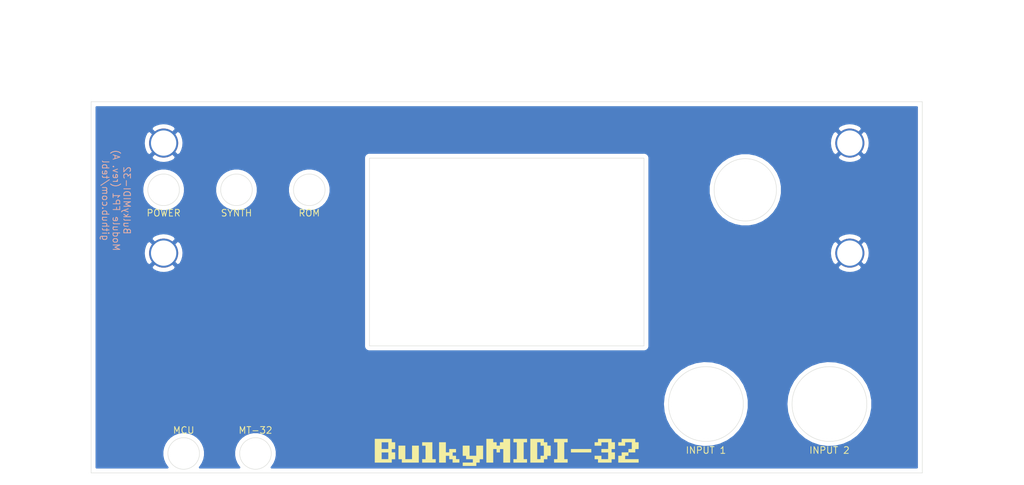
<source format=kicad_pcb>
(kicad_pcb (version 20171130) (host pcbnew "(5.1.8)-1")

  (general
    (thickness 1.6)
    (drawings 30)
    (tracks 0)
    (zones 0)
    (modules 5)
    (nets 2)
  )

  (page A4)
  (layers
    (0 F.Cu signal)
    (31 B.Cu signal)
    (32 B.Adhes user)
    (33 F.Adhes user)
    (34 B.Paste user)
    (35 F.Paste user)
    (36 B.SilkS user)
    (37 F.SilkS user)
    (38 B.Mask user)
    (39 F.Mask user)
    (40 Dwgs.User user)
    (41 Cmts.User user)
    (42 Eco1.User user)
    (43 Eco2.User user)
    (44 Edge.Cuts user)
    (45 Margin user)
    (46 B.CrtYd user)
    (47 F.CrtYd user)
    (48 B.Fab user hide)
    (49 F.Fab user)
  )

  (setup
    (last_trace_width 0.25)
    (trace_clearance 0.2)
    (zone_clearance 0.508)
    (zone_45_only no)
    (trace_min 0.2)
    (via_size 0.8)
    (via_drill 0.4)
    (via_min_size 0.4)
    (via_min_drill 0.3)
    (uvia_size 0.3)
    (uvia_drill 0.1)
    (uvias_allowed no)
    (uvia_min_size 0.2)
    (uvia_min_drill 0.1)
    (edge_width 0.05)
    (segment_width 0.2)
    (pcb_text_width 0.3)
    (pcb_text_size 1.5 1.5)
    (mod_edge_width 0.12)
    (mod_text_size 1 1)
    (mod_text_width 0.15)
    (pad_size 1.524 1.524)
    (pad_drill 0.762)
    (pad_to_mask_clearance 0)
    (aux_axis_origin 0 0)
    (grid_origin 141.09 121.579)
    (visible_elements 7FFFFFFF)
    (pcbplotparams
      (layerselection 0x011fc_ffffffff)
      (usegerberextensions true)
      (usegerberattributes false)
      (usegerberadvancedattributes false)
      (creategerberjobfile false)
      (excludeedgelayer true)
      (linewidth 0.100000)
      (plotframeref false)
      (viasonmask false)
      (mode 1)
      (useauxorigin false)
      (hpglpennumber 1)
      (hpglpenspeed 20)
      (hpglpendiameter 15.000000)
      (psnegative false)
      (psa4output false)
      (plotreference true)
      (plotvalue true)
      (plotinvisibletext false)
      (padsonsilk false)
      (subtractmaskfromsilk false)
      (outputformat 1)
      (mirror false)
      (drillshape 0)
      (scaleselection 1)
      (outputdirectory "export/"))
  )

  (net 0 "")
  (net 1 GND)

  (net_class Default "This is the default net class."
    (clearance 0.2)
    (trace_width 0.25)
    (via_dia 0.8)
    (via_drill 0.4)
    (uvia_dia 0.3)
    (uvia_drill 0.1)
  )

  (net_class PWR ""
    (clearance 0.2)
    (trace_width 0.381)
    (via_dia 0.8)
    (via_drill 0.4)
    (uvia_dia 0.3)
    (uvia_drill 0.1)
    (add_net GND)
  )

  (module artwork:BulkyMIDI-32_small locked (layer F.Cu) (tedit 0) (tstamp 62CA114F)
    (at 141.09 153.202)
    (fp_text reference G*** (at 0 0) (layer F.SilkS) hide
      (effects (font (size 1.524 1.524) (thickness 0.3)))
    )
    (fp_text value LOGO (at 0.75 0) (layer F.SilkS) hide
      (effects (font (size 1.524 1.524) (thickness 0.3)))
    )
    (fp_poly (pts (xy -4.474875 0.406807) (xy -3.661261 0.406807) (xy -3.661261 -0.813614) (xy -2.847648 -0.813614)
      (xy -2.847648 0.813613) (xy -3.254454 0.813613) (xy -3.254454 1.22042) (xy -3.661261 1.22042)
      (xy -3.661261 1.627227) (xy -5.288489 1.627227) (xy -5.288489 1.22042) (xy -4.068068 1.22042)
      (xy -4.068068 0.813613) (xy -4.881682 0.813613) (xy -4.881682 0.406807) (xy -5.288489 0.406807)
      (xy -5.288489 -0.813614) (xy -4.474875 -0.813614) (xy -4.474875 0.406807)) (layer F.SilkS) (width 0.01))
    (fp_poly (pts (xy -13.831431 -1.220421) (xy -13.424625 -1.220421) (xy -13.424625 -0.406807) (xy -13.831431 -0.406807)
      (xy -13.831431 0) (xy -13.424625 0) (xy -13.424625 0.813613) (xy -13.831431 0.813613)
      (xy -13.831431 1.22042) (xy -15.865465 1.22042) (xy -15.865465 0) (xy -15.051852 0)
      (xy -15.051852 0.813613) (xy -14.238238 0.813613) (xy -14.238238 0) (xy -15.051852 0)
      (xy -15.865465 0) (xy -15.865465 -1.220421) (xy -15.051852 -1.220421) (xy -15.051852 -0.406807)
      (xy -14.238238 -0.406807) (xy -14.238238 -1.220421) (xy -15.051852 -1.220421) (xy -15.865465 -1.220421)
      (xy -15.865465 -1.627227) (xy -13.831431 -1.627227) (xy -13.831431 -1.220421)) (layer F.SilkS) (width 0.01))
    (fp_poly (pts (xy -12.204204 0.813613) (xy -11.390591 0.813613) (xy -11.390591 -0.813614) (xy -10.576977 -0.813614)
      (xy -10.576977 1.22042) (xy -12.611011 1.22042) (xy -12.611011 0.813613) (xy -13.017818 0.813613)
      (xy -13.017818 -0.813614) (xy -12.204204 -0.813614) (xy -12.204204 0.813613)) (layer F.SilkS) (width 0.01))
    (fp_poly (pts (xy -8.94975 0.813613) (xy -8.542943 0.813613) (xy -8.542943 1.22042) (xy -10.17017 1.22042)
      (xy -10.17017 0.813613) (xy -9.763363 0.813613) (xy -9.763363 -0.813614) (xy -10.17017 -0.813614)
      (xy -10.17017 -1.220421) (xy -8.94975 -1.220421) (xy -8.94975 0.813613)) (layer F.SilkS) (width 0.01))
    (fp_poly (pts (xy -7.322523 0) (xy -6.915716 0) (xy -6.915716 -0.406807) (xy -6.102102 -0.406807)
      (xy -6.102102 0) (xy -6.508909 0) (xy -6.508909 0.406807) (xy -6.102102 0.406807)
      (xy -6.102102 0.813613) (xy -5.695295 0.813613) (xy -5.695295 1.22042) (xy -6.508909 1.22042)
      (xy -6.508909 0.813613) (xy -6.915716 0.813613) (xy -6.915716 0.406807) (xy -7.322523 0.406807)
      (xy -7.322523 1.22042) (xy -8.136136 1.22042) (xy -8.136136 -1.220421) (xy -7.322523 -1.220421)
      (xy -7.322523 0)) (layer F.SilkS) (width 0.01))
    (fp_poly (pts (xy -1.627227 -1.220421) (xy -1.22042 -1.220421) (xy -1.22042 -0.813614) (xy -0.813614 -0.813614)
      (xy -0.813614 -1.220421) (xy -0.406807 -1.220421) (xy -0.406807 -1.627227) (xy 0.406807 -1.627227)
      (xy 0.406807 1.22042) (xy -0.406807 1.22042) (xy -0.406807 -0.406807) (xy -0.813614 -0.406807)
      (xy -0.813614 0) (xy -1.22042 0) (xy -1.22042 -0.406807) (xy -1.627227 -0.406807)
      (xy -1.627227 1.22042) (xy -2.440841 1.22042) (xy -2.440841 -1.627227) (xy -1.627227 -1.627227)
      (xy -1.627227 -1.220421)) (layer F.SilkS) (width 0.01))
    (fp_poly (pts (xy 2.440841 -1.220421) (xy 2.034034 -1.220421) (xy 2.034034 0.813613) (xy 2.440841 0.813613)
      (xy 2.440841 1.22042) (xy 0.813614 1.22042) (xy 0.813614 0.813613) (xy 1.22042 0.813613)
      (xy 1.22042 -1.220421) (xy 0.813614 -1.220421) (xy 0.813614 -1.627227) (xy 2.440841 -1.627227)
      (xy 2.440841 -1.220421)) (layer F.SilkS) (width 0.01))
    (fp_poly (pts (xy 4.474875 -1.220421) (xy 4.881682 -1.220421) (xy 4.881682 -0.813614) (xy 5.288488 -0.813614)
      (xy 5.288488 0.406807) (xy 4.881682 0.406807) (xy 4.881682 0.813613) (xy 4.474875 0.813613)
      (xy 4.474875 1.22042) (xy 2.847648 1.22042) (xy 2.847648 -1.220421) (xy 3.661261 -1.220421)
      (xy 3.661261 0.813613) (xy 4.068068 0.813613) (xy 4.068068 0.406807) (xy 4.474875 0.406807)
      (xy 4.474875 -0.813614) (xy 4.068068 -0.813614) (xy 4.068068 -1.220421) (xy 3.661261 -1.220421)
      (xy 2.847648 -1.220421) (xy 2.847648 -1.627227) (xy 4.474875 -1.627227) (xy 4.474875 -1.220421)) (layer F.SilkS) (width 0.01))
    (fp_poly (pts (xy 7.322522 -1.220421) (xy 6.915716 -1.220421) (xy 6.915716 0.813613) (xy 7.322522 0.813613)
      (xy 7.322522 1.22042) (xy 5.695295 1.22042) (xy 5.695295 0.813613) (xy 6.102102 0.813613)
      (xy 6.102102 -1.220421) (xy 5.695295 -1.220421) (xy 5.695295 -1.627227) (xy 7.322522 -1.627227)
      (xy 7.322522 -1.220421)) (layer F.SilkS) (width 0.01))
    (fp_poly (pts (xy 12.611011 -1.220421) (xy 13.017818 -1.220421) (xy 13.017818 -0.406807) (xy 12.611011 -0.406807)
      (xy 12.611011 0) (xy 13.017818 0) (xy 13.017818 0.813613) (xy 12.611011 0.813613)
      (xy 12.611011 1.22042) (xy 10.983784 1.22042) (xy 10.983784 0.813613) (xy 10.576977 0.813613)
      (xy 10.576977 0.406807) (xy 11.390591 0.406807) (xy 11.390591 0.813613) (xy 12.204204 0.813613)
      (xy 12.204204 0) (xy 11.390591 0) (xy 11.390591 -0.406807) (xy 12.204204 -0.406807)
      (xy 12.204204 -1.220421) (xy 11.390591 -1.220421) (xy 11.390591 -0.813614) (xy 10.576977 -0.813614)
      (xy 10.576977 -1.220421) (xy 10.983784 -1.220421) (xy 10.983784 -1.627227) (xy 12.611011 -1.627227)
      (xy 12.611011 -1.220421)) (layer F.SilkS) (width 0.01))
    (fp_poly (pts (xy 14.645045 0.406807) (xy 14.238238 0.406807) (xy 14.238238 0.813613) (xy 15.865465 0.813613)
      (xy 15.865465 1.22042) (xy 13.424625 1.22042) (xy 13.424625 0.406807) (xy 13.831431 0.406807)
      (xy 13.831431 0) (xy 14.645045 0) (xy 14.645045 0.406807)) (layer F.SilkS) (width 0.01))
    (fp_poly (pts (xy 14.645045 -0.406807) (xy 15.051852 -0.406807) (xy 15.051852 -1.220421) (xy 14.238238 -1.220421)
      (xy 14.238238 -0.813614) (xy 13.424625 -0.813614) (xy 13.424625 -1.220421) (xy 13.831431 -1.220421)
      (xy 13.831431 -1.627227) (xy 15.458659 -1.627227) (xy 15.458659 -1.220421) (xy 15.865465 -1.220421)
      (xy 15.865465 -0.406807) (xy 15.458659 -0.406807) (xy 15.458659 0) (xy 14.645045 0)
      (xy 14.645045 -0.406807)) (layer F.SilkS) (width 0.01))
    (fp_poly (pts (xy 10.17017 0) (xy 7.729329 0) (xy 7.729329 -0.406807) (xy 10.17017 -0.406807)
      (xy 10.17017 0)) (layer F.SilkS) (width 0.01))
  )

  (module mounting:M3_pin (layer F.Cu) (tedit 5F76331A) (tstamp 6282A424)
    (at 99.815 129.199)
    (descr "module 1 pin (ou trou mecanique de percage)")
    (tags DEV)
    (path /6282631C)
    (fp_text reference M1 (at 3.048 0) (layer F.Fab) hide
      (effects (font (size 1 1) (thickness 0.15)))
    )
    (fp_text value Mounting_Pin (at 0 3) (layer F.Fab) hide
      (effects (font (size 1 1) (thickness 0.15)))
    )
    (fp_circle (center 0 0) (end 2 0.8) (layer F.Fab) (width 0.1))
    (fp_circle (center 0 0) (end 2.6 0) (layer F.CrtYd) (width 0.05))
    (pad 1 thru_hole circle (at 0 0) (size 3.5 3.5) (drill 3.048) (layers *.Cu *.Mask)
      (net 1 GND) (solder_mask_margin 0.8))
  )

  (module mounting:M3_pin (layer F.Cu) (tedit 5F76331A) (tstamp 6282A42B)
    (at 182.365 129.199)
    (descr "module 1 pin (ou trou mecanique de percage)")
    (tags DEV)
    (path /62826824)
    (fp_text reference M2 (at 0 -3.048) (layer F.Fab) hide
      (effects (font (size 1 1) (thickness 0.15)))
    )
    (fp_text value Mounting_Pin (at 0 3) (layer F.Fab) hide
      (effects (font (size 1 1) (thickness 0.15)))
    )
    (fp_circle (center 0 0) (end 2.6 0) (layer F.CrtYd) (width 0.05))
    (fp_circle (center 0 0) (end 2 0.8) (layer F.Fab) (width 0.1))
    (pad 1 thru_hole circle (at 0 0) (size 3.5 3.5) (drill 3.048) (layers *.Cu *.Mask)
      (net 1 GND) (solder_mask_margin 0.8))
  )

  (module mounting:M3_pin (layer F.Cu) (tedit 5F76331A) (tstamp 6282A432)
    (at 182.365 115.949)
    (descr "module 1 pin (ou trou mecanique de percage)")
    (tags DEV)
    (path /62826D8F)
    (fp_text reference M3 (at 0 -3.048) (layer F.Fab) hide
      (effects (font (size 1 1) (thickness 0.15)))
    )
    (fp_text value Mounting_Pin (at 0 3) (layer F.Fab) hide
      (effects (font (size 1 1) (thickness 0.15)))
    )
    (fp_circle (center 0 0) (end 2 0.8) (layer F.Fab) (width 0.1))
    (fp_circle (center 0 0) (end 2.6 0) (layer F.CrtYd) (width 0.05))
    (pad 1 thru_hole circle (at 0 0) (size 3.5 3.5) (drill 3.048) (layers *.Cu *.Mask)
      (net 1 GND) (solder_mask_margin 0.8))
  )

  (module mounting:M3_pin (layer F.Cu) (tedit 5F76331A) (tstamp 6282A439)
    (at 99.815 115.949)
    (descr "module 1 pin (ou trou mecanique de percage)")
    (tags DEV)
    (path /62827110)
    (fp_text reference M4 (at 0 -3.048) (layer F.Fab) hide
      (effects (font (size 1 1) (thickness 0.15)))
    )
    (fp_text value Mounting_Pin (at 0 3) (layer F.Fab) hide
      (effects (font (size 1 1) (thickness 0.15)))
    )
    (fp_circle (center 0 0) (end 2.6 0) (layer F.CrtYd) (width 0.05))
    (fp_circle (center 0 0) (end 2 0.8) (layer F.Fab) (width 0.1))
    (pad 1 thru_hole circle (at 0 0) (size 3.5 3.5) (drill 3.048) (layers *.Cu *.Mask)
      (net 1 GND) (solder_mask_margin 0.8))
  )

  (gr_text MT-32 (at 110.864 150.535) (layer F.SilkS) (tstamp 62C9C604)
    (effects (font (size 0.8 0.8) (thickness 0.1)))
  )
  (gr_text MCU (at 102.228 150.535) (layer F.SilkS) (tstamp 62C9C604)
    (effects (font (size 0.8 0.8) (thickness 0.1)))
  )
  (gr_circle (center 110.864 153.329) (end 112.764 153.329) (layer Edge.Cuts) (width 0.05) (tstamp 62C9C5A3))
  (gr_circle (center 102.228 153.329) (end 104.128 153.329) (layer Edge.Cuts) (width 0.05) (tstamp 62C9C571))
  (gr_text "INPUT 2" (at 179.914 152.948) (layer F.SilkS) (tstamp 62C9C495)
    (effects (font (size 0.8 0.8) (thickness 0.1)))
  )
  (gr_text "INPUT 1" (at 165.055 152.948) (layer F.SilkS) (tstamp 62C9C475)
    (effects (font (size 0.8 0.8) (thickness 0.1)))
  )
  (gr_circle (center 165.055 147.374) (end 169.555 147.374) (layer Edge.Cuts) (width 0.05) (tstamp 62C9C3EC))
  (gr_circle (center 179.914 147.374) (end 184.414 147.374) (layer Edge.Cuts) (width 0.05) (tstamp 62C9C34A))
  (gr_line (start 91.09 153.874) (end 191.09 153.874) (layer Dwgs.User) (width 0.05) (tstamp 62CA11D0))
  (gr_line (start 191.09 153.874) (end 191.09 155.674) (layer Dwgs.User) (width 0.05) (tstamp 62CA11CB))
  (gr_line (start 91.09 153.874) (end 91.09 155.674) (layer Dwgs.User) (width 0.05) (tstamp 62C9BA36))
  (gr_text ROM (at 117.338 124.373) (layer F.SilkS) (tstamp 62CA11A0)
    (effects (font (size 0.8 0.8) (thickness 0.1)))
  )
  (gr_line (start 191.09 134.174) (end 191.09 155.674) (layer Edge.Cuts) (width 0.05) (tstamp 62C9B2AC))
  (gr_line (start 91.09 134.174) (end 91.09 155.674) (layer Edge.Cuts) (width 0.05) (tstamp 62C9B2A0))
  (gr_line (start 91.09 134.174) (end 191.09 134.174) (layer Dwgs.User) (width 0.01) (tstamp 62C9B281))
  (gr_text SYNTH (at 108.578 124.373) (layer F.SilkS) (tstamp 62C9AFDD)
    (effects (font (size 0.8 0.8) (thickness 0.1)))
  )
  (gr_circle (center 117.338 121.579) (end 119.238 121.579) (layer Edge.Cuts) (width 0.05) (tstamp 62C9AFCA))
  (gr_line (start 124.58 140.375) (end 124.58 117.769) (layer Edge.Cuts) (width 0.05) (tstamp 6292298E))
  (gr_line (start 157.6 140.375) (end 124.58 140.375) (layer Edge.Cuts) (width 0.05))
  (gr_line (start 157.6 117.769) (end 157.6 140.375) (layer Edge.Cuts) (width 0.05))
  (gr_line (start 124.58 117.769) (end 157.6 117.769) (layer Edge.Cuts) (width 0.05))
  (gr_circle (center 169.792 121.579) (end 173.542 121.579) (layer Edge.Cuts) (width 0.05) (tstamp 629228F6))
  (gr_text "BulkyMIDI-32\nModule FP1 (rev. A)\ngithub.com/tebl" (at 94.1 122.849 270) (layer B.SilkS) (tstamp 6286D3C9)
    (effects (font (size 0.8 0.8) (thickness 0.1)) (justify mirror))
  )
  (gr_circle (center 108.578 121.579) (end 110.478 121.579) (layer Edge.Cuts) (width 0.05) (tstamp 62922778))
  (gr_text POWER (at 99.815 124.373) (layer F.SilkS) (tstamp 62922779)
    (effects (font (size 0.8 0.8) (thickness 0.1)))
  )
  (gr_circle (center 99.815 121.579) (end 101.715 121.579) (layer Edge.Cuts) (width 0.05) (tstamp 62922778))
  (gr_line (start 191.09 110.974) (end 91.09 110.974) (layer Edge.Cuts) (width 0.05) (tstamp 6282E722))
  (gr_line (start 91.09 155.674) (end 191.09 155.674) (layer Edge.Cuts) (width 0.05) (tstamp 620DB217))
  (gr_line (start 91.09 110.974) (end 91.09 134.174) (layer Edge.Cuts) (width 0.05))
  (gr_line (start 191.09 134.174) (end 191.09 110.974) (layer Edge.Cuts) (width 0.05))

  (zone (net 1) (net_name GND) (layer B.Cu) (tstamp 0) (hatch edge 0.508)
    (connect_pads (clearance 0.508))
    (min_thickness 0.254)
    (fill yes (arc_segments 32) (thermal_gap 0.508) (thermal_bridge_width 0.508))
    (polygon
      (pts
        (xy 203.32 157.139) (xy 80.13 157.139) (xy 80.13 98.719) (xy 203.32 98.719)
      )
    )
    (filled_polygon
      (pts
        (xy 190.43 134.141581) (xy 190.43 134.141582) (xy 190.430001 155.014) (xy 112.810102 155.014) (xy 112.858367 154.965735)
        (xy 113.139357 154.545204) (xy 113.332906 154.077934) (xy 113.431577 153.581884) (xy 113.431577 153.076116) (xy 113.332906 152.580066)
        (xy 113.139357 152.112796) (xy 112.858367 151.692265) (xy 112.500735 151.334633) (xy 112.080204 151.053643) (xy 111.612934 150.860094)
        (xy 111.116884 150.761423) (xy 110.611116 150.761423) (xy 110.115066 150.860094) (xy 109.647796 151.053643) (xy 109.227265 151.334633)
        (xy 108.869633 151.692265) (xy 108.588643 152.112796) (xy 108.395094 152.580066) (xy 108.296423 153.076116) (xy 108.296423 153.581884)
        (xy 108.395094 154.077934) (xy 108.588643 154.545204) (xy 108.869633 154.965735) (xy 108.917898 155.014) (xy 104.174102 155.014)
        (xy 104.222367 154.965735) (xy 104.503357 154.545204) (xy 104.696906 154.077934) (xy 104.795577 153.581884) (xy 104.795577 153.076116)
        (xy 104.696906 152.580066) (xy 104.503357 152.112796) (xy 104.222367 151.692265) (xy 103.864735 151.334633) (xy 103.444204 151.053643)
        (xy 102.976934 150.860094) (xy 102.480884 150.761423) (xy 101.975116 150.761423) (xy 101.479066 150.860094) (xy 101.011796 151.053643)
        (xy 100.591265 151.334633) (xy 100.233633 151.692265) (xy 99.952643 152.112796) (xy 99.759094 152.580066) (xy 99.660423 153.076116)
        (xy 99.660423 153.581884) (xy 99.759094 154.077934) (xy 99.952643 154.545204) (xy 100.233633 154.965735) (xy 100.281898 155.014)
        (xy 91.75 155.014) (xy 91.75 147.374) (xy 159.875 147.374) (xy 159.968609 148.354321) (xy 160.246054 149.299212)
        (xy 160.697307 150.174519) (xy 161.306058 150.948609) (xy 162.050305 151.593503) (xy 162.90315 152.085894) (xy 163.833769 152.407984)
        (xy 164.808526 152.548133) (xy 165.792191 152.501275) (xy 166.749212 152.269104) (xy 167.645 151.860012) (xy 168.447179 151.288783)
        (xy 169.126755 150.576064) (xy 169.659168 149.747613) (xy 170.025174 148.833375) (xy 170.211545 147.86639) (xy 170.211545 147.374)
        (xy 174.734 147.374) (xy 174.827609 148.354321) (xy 175.105054 149.299212) (xy 175.556307 150.174519) (xy 176.165058 150.948609)
        (xy 176.909305 151.593503) (xy 177.76215 152.085894) (xy 178.692769 152.407984) (xy 179.667526 152.548133) (xy 180.651191 152.501275)
        (xy 181.608212 152.269104) (xy 182.504 151.860012) (xy 183.306179 151.288783) (xy 183.985755 150.576064) (xy 184.518168 149.747613)
        (xy 184.884174 148.833375) (xy 185.070545 147.86639) (xy 185.070545 146.88161) (xy 184.884174 145.914625) (xy 184.518168 145.000387)
        (xy 183.985755 144.171936) (xy 183.306179 143.459217) (xy 182.504 142.887988) (xy 181.608212 142.478896) (xy 180.651191 142.246725)
        (xy 179.667526 142.199867) (xy 178.692769 142.340016) (xy 177.76215 142.662106) (xy 176.909305 143.154497) (xy 176.165058 143.799391)
        (xy 175.556307 144.573481) (xy 175.105054 145.448788) (xy 174.827609 146.393679) (xy 174.734 147.374) (xy 170.211545 147.374)
        (xy 170.211545 146.88161) (xy 170.025174 145.914625) (xy 169.659168 145.000387) (xy 169.126755 144.171936) (xy 168.447179 143.459217)
        (xy 167.645 142.887988) (xy 166.749212 142.478896) (xy 165.792191 142.246725) (xy 164.808526 142.199867) (xy 163.833769 142.340016)
        (xy 162.90315 142.662106) (xy 162.050305 143.154497) (xy 161.306058 143.799391) (xy 160.697307 144.573481) (xy 160.246054 145.448788)
        (xy 159.968609 146.393679) (xy 159.875 147.374) (xy 91.75 147.374) (xy 91.75 130.868609) (xy 98.324997 130.868609)
        (xy 98.511073 131.209766) (xy 98.928409 131.425513) (xy 99.379815 131.555696) (xy 99.847946 131.595313) (xy 100.314811 131.542842)
        (xy 100.762468 131.400297) (xy 101.118927 131.209766) (xy 101.305003 130.868609) (xy 99.815 129.378605) (xy 98.324997 130.868609)
        (xy 91.75 130.868609) (xy 91.75 129.231946) (xy 97.418687 129.231946) (xy 97.471158 129.698811) (xy 97.613703 130.146468)
        (xy 97.804234 130.502927) (xy 98.145391 130.689003) (xy 99.635395 129.199) (xy 99.994605 129.199) (xy 101.484609 130.689003)
        (xy 101.825766 130.502927) (xy 102.041513 130.085591) (xy 102.171696 129.634185) (xy 102.211313 129.166054) (xy 102.158842 128.699189)
        (xy 102.016297 128.251532) (xy 101.825766 127.895073) (xy 101.484609 127.708997) (xy 99.994605 129.199) (xy 99.635395 129.199)
        (xy 98.145391 127.708997) (xy 97.804234 127.895073) (xy 97.588487 128.312409) (xy 97.458304 128.763815) (xy 97.418687 129.231946)
        (xy 91.75 129.231946) (xy 91.75 127.529391) (xy 98.324997 127.529391) (xy 99.815 129.019395) (xy 101.305003 127.529391)
        (xy 101.118927 127.188234) (xy 100.701591 126.972487) (xy 100.250185 126.842304) (xy 99.782054 126.802687) (xy 99.315189 126.855158)
        (xy 98.867532 126.997703) (xy 98.511073 127.188234) (xy 98.324997 127.529391) (xy 91.75 127.529391) (xy 91.75 121.326116)
        (xy 97.247423 121.326116) (xy 97.247423 121.831884) (xy 97.346094 122.327934) (xy 97.539643 122.795204) (xy 97.820633 123.215735)
        (xy 98.178265 123.573367) (xy 98.598796 123.854357) (xy 99.066066 124.047906) (xy 99.562116 124.146577) (xy 100.067884 124.146577)
        (xy 100.563934 124.047906) (xy 101.031204 123.854357) (xy 101.451735 123.573367) (xy 101.809367 123.215735) (xy 102.090357 122.795204)
        (xy 102.283906 122.327934) (xy 102.382577 121.831884) (xy 102.382577 121.326116) (xy 106.010423 121.326116) (xy 106.010423 121.831884)
        (xy 106.109094 122.327934) (xy 106.302643 122.795204) (xy 106.583633 123.215735) (xy 106.941265 123.573367) (xy 107.361796 123.854357)
        (xy 107.829066 124.047906) (xy 108.325116 124.146577) (xy 108.830884 124.146577) (xy 109.326934 124.047906) (xy 109.794204 123.854357)
        (xy 110.214735 123.573367) (xy 110.572367 123.215735) (xy 110.853357 122.795204) (xy 111.046906 122.327934) (xy 111.145577 121.831884)
        (xy 111.145577 121.326116) (xy 114.770423 121.326116) (xy 114.770423 121.831884) (xy 114.869094 122.327934) (xy 115.062643 122.795204)
        (xy 115.343633 123.215735) (xy 115.701265 123.573367) (xy 116.121796 123.854357) (xy 116.589066 124.047906) (xy 117.085116 124.146577)
        (xy 117.590884 124.146577) (xy 118.086934 124.047906) (xy 118.554204 123.854357) (xy 118.974735 123.573367) (xy 119.332367 123.215735)
        (xy 119.613357 122.795204) (xy 119.806906 122.327934) (xy 119.905577 121.831884) (xy 119.905577 121.326116) (xy 119.806906 120.830066)
        (xy 119.613357 120.362796) (xy 119.332367 119.942265) (xy 118.974735 119.584633) (xy 118.554204 119.303643) (xy 118.086934 119.110094)
        (xy 117.590884 119.011423) (xy 117.085116 119.011423) (xy 116.589066 119.110094) (xy 116.121796 119.303643) (xy 115.701265 119.584633)
        (xy 115.343633 119.942265) (xy 115.062643 120.362796) (xy 114.869094 120.830066) (xy 114.770423 121.326116) (xy 111.145577 121.326116)
        (xy 111.046906 120.830066) (xy 110.853357 120.362796) (xy 110.572367 119.942265) (xy 110.214735 119.584633) (xy 109.794204 119.303643)
        (xy 109.326934 119.110094) (xy 108.830884 119.011423) (xy 108.325116 119.011423) (xy 107.829066 119.110094) (xy 107.361796 119.303643)
        (xy 106.941265 119.584633) (xy 106.583633 119.942265) (xy 106.302643 120.362796) (xy 106.109094 120.830066) (xy 106.010423 121.326116)
        (xy 102.382577 121.326116) (xy 102.283906 120.830066) (xy 102.090357 120.362796) (xy 101.809367 119.942265) (xy 101.451735 119.584633)
        (xy 101.031204 119.303643) (xy 100.563934 119.110094) (xy 100.067884 119.011423) (xy 99.562116 119.011423) (xy 99.066066 119.110094)
        (xy 98.598796 119.303643) (xy 98.178265 119.584633) (xy 97.820633 119.942265) (xy 97.539643 120.362796) (xy 97.346094 120.830066)
        (xy 97.247423 121.326116) (xy 91.75 121.326116) (xy 91.75 117.618609) (xy 98.324997 117.618609) (xy 98.511073 117.959766)
        (xy 98.928409 118.175513) (xy 99.379815 118.305696) (xy 99.847946 118.345313) (xy 100.314811 118.292842) (xy 100.762468 118.150297)
        (xy 101.118927 117.959766) (xy 101.222975 117.769) (xy 123.916807 117.769) (xy 123.920001 117.801429) (xy 123.92 140.342581)
        (xy 123.916807 140.375) (xy 123.92955 140.504383) (xy 123.96729 140.628793) (xy 124.028575 140.74345) (xy 124.111052 140.843948)
        (xy 124.21155 140.926425) (xy 124.326207 140.98771) (xy 124.450617 141.02545) (xy 124.58 141.038193) (xy 124.612419 141.035)
        (xy 157.567581 141.035) (xy 157.6 141.038193) (xy 157.632419 141.035) (xy 157.729383 141.02545) (xy 157.853793 140.98771)
        (xy 157.96845 140.926425) (xy 158.068948 140.843948) (xy 158.151425 140.74345) (xy 158.21271 140.628793) (xy 158.25045 140.504383)
        (xy 158.263193 140.375) (xy 158.26 140.342581) (xy 158.26 130.868609) (xy 180.874997 130.868609) (xy 181.061073 131.209766)
        (xy 181.478409 131.425513) (xy 181.929815 131.555696) (xy 182.397946 131.595313) (xy 182.864811 131.542842) (xy 183.312468 131.400297)
        (xy 183.668927 131.209766) (xy 183.855003 130.868609) (xy 182.365 129.378605) (xy 180.874997 130.868609) (xy 158.26 130.868609)
        (xy 158.26 129.231946) (xy 179.968687 129.231946) (xy 180.021158 129.698811) (xy 180.163703 130.146468) (xy 180.354234 130.502927)
        (xy 180.695391 130.689003) (xy 182.185395 129.199) (xy 182.544605 129.199) (xy 184.034609 130.689003) (xy 184.375766 130.502927)
        (xy 184.591513 130.085591) (xy 184.721696 129.634185) (xy 184.761313 129.166054) (xy 184.708842 128.699189) (xy 184.566297 128.251532)
        (xy 184.375766 127.895073) (xy 184.034609 127.708997) (xy 182.544605 129.199) (xy 182.185395 129.199) (xy 180.695391 127.708997)
        (xy 180.354234 127.895073) (xy 180.138487 128.312409) (xy 180.008304 128.763815) (xy 179.968687 129.231946) (xy 158.26 129.231946)
        (xy 158.26 127.529391) (xy 180.874997 127.529391) (xy 182.365 129.019395) (xy 183.855003 127.529391) (xy 183.668927 127.188234)
        (xy 183.251591 126.972487) (xy 182.800185 126.842304) (xy 182.332054 126.802687) (xy 181.865189 126.855158) (xy 181.417532 126.997703)
        (xy 181.061073 127.188234) (xy 180.874997 127.529391) (xy 158.26 127.529391) (xy 158.26 121.144784) (xy 165.383332 121.144784)
        (xy 165.383332 122.013216) (xy 165.552754 122.864961) (xy 165.885089 123.667288) (xy 166.367564 124.389362) (xy 166.981638 125.003436)
        (xy 167.703712 125.485911) (xy 168.506039 125.818246) (xy 169.357784 125.987668) (xy 170.226216 125.987668) (xy 171.077961 125.818246)
        (xy 171.880288 125.485911) (xy 172.602362 125.003436) (xy 173.216436 124.389362) (xy 173.698911 123.667288) (xy 174.031246 122.864961)
        (xy 174.200668 122.013216) (xy 174.200668 121.144784) (xy 174.031246 120.293039) (xy 173.698911 119.490712) (xy 173.216436 118.768638)
        (xy 172.602362 118.154564) (xy 171.880288 117.672089) (xy 171.751176 117.618609) (xy 180.874997 117.618609) (xy 181.061073 117.959766)
        (xy 181.478409 118.175513) (xy 181.929815 118.305696) (xy 182.397946 118.345313) (xy 182.864811 118.292842) (xy 183.312468 118.150297)
        (xy 183.668927 117.959766) (xy 183.855003 117.618609) (xy 182.365 116.128605) (xy 180.874997 117.618609) (xy 171.751176 117.618609)
        (xy 171.077961 117.339754) (xy 170.226216 117.170332) (xy 169.357784 117.170332) (xy 168.506039 117.339754) (xy 167.703712 117.672089)
        (xy 166.981638 118.154564) (xy 166.367564 118.768638) (xy 165.885089 119.490712) (xy 165.552754 120.293039) (xy 165.383332 121.144784)
        (xy 158.26 121.144784) (xy 158.26 117.801419) (xy 158.263193 117.769) (xy 158.25045 117.639617) (xy 158.21271 117.515207)
        (xy 158.151425 117.40055) (xy 158.068948 117.300052) (xy 157.96845 117.217575) (xy 157.853793 117.15629) (xy 157.729383 117.11855)
        (xy 157.632419 117.109) (xy 157.6 117.105807) (xy 157.567581 117.109) (xy 124.612419 117.109) (xy 124.58 117.105807)
        (xy 124.547581 117.109) (xy 124.450617 117.11855) (xy 124.326207 117.15629) (xy 124.21155 117.217575) (xy 124.111052 117.300052)
        (xy 124.028575 117.40055) (xy 123.96729 117.515207) (xy 123.92955 117.639617) (xy 123.916807 117.769) (xy 101.222975 117.769)
        (xy 101.305003 117.618609) (xy 99.815 116.128605) (xy 98.324997 117.618609) (xy 91.75 117.618609) (xy 91.75 115.981946)
        (xy 97.418687 115.981946) (xy 97.471158 116.448811) (xy 97.613703 116.896468) (xy 97.804234 117.252927) (xy 98.145391 117.439003)
        (xy 99.635395 115.949) (xy 99.994605 115.949) (xy 101.484609 117.439003) (xy 101.825766 117.252927) (xy 102.041513 116.835591)
        (xy 102.171696 116.384185) (xy 102.205736 115.981946) (xy 179.968687 115.981946) (xy 180.021158 116.448811) (xy 180.163703 116.896468)
        (xy 180.354234 117.252927) (xy 180.695391 117.439003) (xy 182.185395 115.949) (xy 182.544605 115.949) (xy 184.034609 117.439003)
        (xy 184.375766 117.252927) (xy 184.591513 116.835591) (xy 184.721696 116.384185) (xy 184.761313 115.916054) (xy 184.708842 115.449189)
        (xy 184.566297 115.001532) (xy 184.375766 114.645073) (xy 184.034609 114.458997) (xy 182.544605 115.949) (xy 182.185395 115.949)
        (xy 180.695391 114.458997) (xy 180.354234 114.645073) (xy 180.138487 115.062409) (xy 180.008304 115.513815) (xy 179.968687 115.981946)
        (xy 102.205736 115.981946) (xy 102.211313 115.916054) (xy 102.158842 115.449189) (xy 102.016297 115.001532) (xy 101.825766 114.645073)
        (xy 101.484609 114.458997) (xy 99.994605 115.949) (xy 99.635395 115.949) (xy 98.145391 114.458997) (xy 97.804234 114.645073)
        (xy 97.588487 115.062409) (xy 97.458304 115.513815) (xy 97.418687 115.981946) (xy 91.75 115.981946) (xy 91.75 114.279391)
        (xy 98.324997 114.279391) (xy 99.815 115.769395) (xy 101.305003 114.279391) (xy 180.874997 114.279391) (xy 182.365 115.769395)
        (xy 183.855003 114.279391) (xy 183.668927 113.938234) (xy 183.251591 113.722487) (xy 182.800185 113.592304) (xy 182.332054 113.552687)
        (xy 181.865189 113.605158) (xy 181.417532 113.747703) (xy 181.061073 113.938234) (xy 180.874997 114.279391) (xy 101.305003 114.279391)
        (xy 101.118927 113.938234) (xy 100.701591 113.722487) (xy 100.250185 113.592304) (xy 99.782054 113.552687) (xy 99.315189 113.605158)
        (xy 98.867532 113.747703) (xy 98.511073 113.938234) (xy 98.324997 114.279391) (xy 91.75 114.279391) (xy 91.75 111.634)
        (xy 190.430001 111.634)
      )
    )
  )
)

</source>
